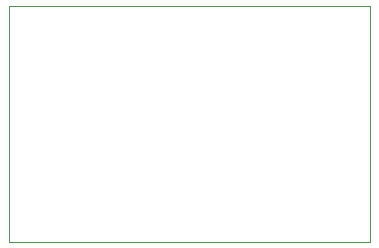
<source format=gm1>
G04 #@! TF.GenerationSoftware,KiCad,Pcbnew,7.0.11+dfsg-1build4*
G04 #@! TF.CreationDate,2025-07-05T19:07:05+02:00*
G04 #@! TF.ProjectId,25487,32353438-372e-46b6-9963-61645f706362,rev?*
G04 #@! TF.SameCoordinates,Original*
G04 #@! TF.FileFunction,Profile,NP*
%FSLAX46Y46*%
G04 Gerber Fmt 4.6, Leading zero omitted, Abs format (unit mm)*
G04 Created by KiCad (PCBNEW 7.0.11+dfsg-1build4) date 2025-07-05 19:07:05*
%MOMM*%
%LPD*%
G01*
G04 APERTURE LIST*
G04 #@! TA.AperFunction,Profile*
%ADD10C,0.050000*%
G04 #@! TD*
G04 APERTURE END LIST*
D10*
X100000000Y-100000000D02*
X130500000Y-100000000D01*
X130500000Y-120000000D01*
X100000000Y-120000000D01*
X100000000Y-100000000D01*
M02*

</source>
